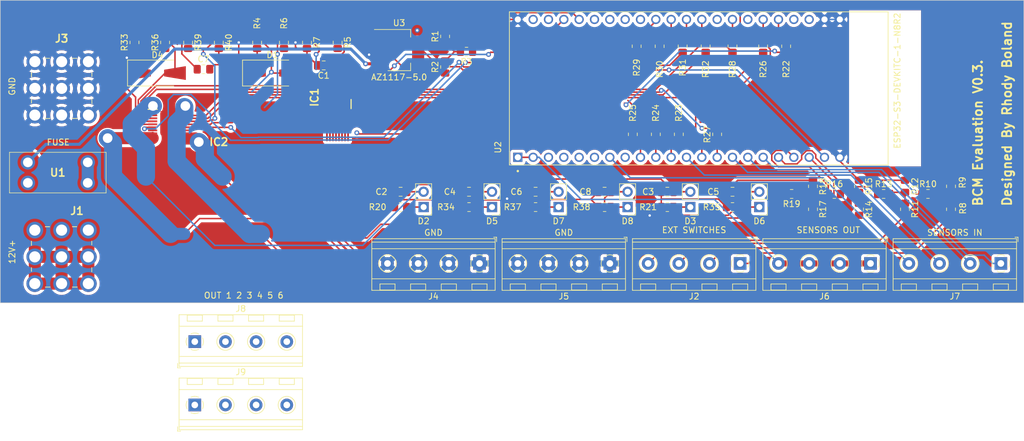
<source format=kicad_pcb>
(kicad_pcb (version 20221018) (generator pcbnew)
  (layers (0 "F.Cu" signal) (31 "B.Cu" signal) (34 "B.Paste" user) (35 "F.Paste" user) (36 "B.SilkS" user "B.Silkscreen") (37 "F.SilkS" user "F.Silkscreen") (38 "B.Mask" user) (39 "F.Mask" user) (44 "Edge.Cuts" user))
  (net 0 "")
  (net 1 "/Dual_CS")
  (net 2 "GND")
  (net 3 "/OUT0")
  (net 4 "/OUT4")
  (net 5 "/OUT1")
  (net 6 "/OUT5")
  (net 7 "/OUT2")
  (net 8 "/Quad_CS")
  (net 9 "/OUT3")
  (net 10 "Net-(D1-A)")
  (net 11 "Net-(D2-K)")
  (net 12 "Net-(D3-K)")
  (net 13 "Net-(D4-A)")
  (net 14 "Net-(D5-K)")
  (net 15 "Net-(D6-K)")
  (net 16 "Net-(D7-K)")
  (net 17 "Net-(D8-K)")
  (net 18 "/EXT_SWITCH0")
  (net 19 "/EXT_SWITCH1")
  (net 20 "/EXT_SWITCH2")
  (net 21 "/EXT_SWITCH3")
  (net 22 "+3V3")
  (net 23 "Net-(J7-Pin_1)")
  (net 24 "Net-(J7-Pin_2)")
  (net 25 "Net-(J7-Pin_3)")
  (net 26 "Net-(J7-Pin_4)")
  (net 27 "Net-(R1-Pad1)")
  (net 28 "+12V")
  (net 29 "/VBAT_ADC")
  (net 30 "Net-(IC1-CS)")
  (net 31 "Net-(IC1-FaultRST)")
  (net 32 "Net-(R10-Pad2)")
  (net 33 "/EXT0")
  (net 34 "Net-(R11-Pad1)")
  (net 35 "/EXT1")
  (net 36 "Net-(R14-Pad1)")
  (net 37 "/EXT2")
  (net 38 "Net-(R17-Pad1)")
  (net 39 "/EXT3")
  (net 40 "Net-(U2-GPIO21)")
  (net 41 "/Dual_SEN")
  (net 42 "Net-(U2-GPIO18)")
  (net 43 "/Dual_SEL")
  (net 44 "Net-(U2-GPIO17)")
  (net 45 "/Dual_INPUT1")
  (net 46 "Net-(U2-GPIO16)")
  (net 47 "/Dual_INPUT0")
  (net 48 "Net-(U2-GPIO47)")
  (net 49 "/Quad_SEL0")
  (net 50 "Net-(U2-GPIO46)")
  (net 51 "/Quad_SEL1")
  (net 52 "Net-(U2-GPIO45)")
  (net 53 "/Quad_SEN")
  (net 54 "Net-(U2-GPIO38)")
  (net 55 "/Quad_INPUT0")
  (net 56 "Net-(U2-GPIO37)")
  (net 57 "/Quad_INPUT1")
  (net 58 "Net-(U2-GPIO36)")
  (net 59 "/Quad_INPUT2")
  (net 60 "Net-(U2-GPIO35)")
  (net 61 "/Quad_INPUT3")
  (net 62 "Net-(IC2-~{FAULTRST})")
  (net 63 "Net-(IC2-CS)")
  (net 67 "Net-(U3-VI)")
  (net 68 "+5V")
  (footprint "Resistor_SMD:R_0805_2012Metric_Pad1.20x1.40mm_HandSolder" (layer "F.Cu") (at 151.765 130.54 -90)
    (fp_text reference "R18")
    (fp_text value "4K7")
  )
  (footprint "Capacitor_SMD:C_0805_2012Metric_Pad1.18x1.45mm_HandSolder" (layer "F.Cu") (at 94.785 131.445 180)
    (fp_text reference "C4")
    (fp_text value "10nF")
  )
  (footprint "Resistor_SMD:R_0805_2012Metric_Pad1.20x1.40mm_HandSolder" (layer "F.Cu") (at 117.2425 133.985)
    (fp_text reference "R38")
    (fp_text value "2K2")
  )
  (footprint "3568 Fuse Holder:3568" (layer "F.Cu") (at 21.71 129.97)
    (fp_text reference "U1")
    (fp_text value "3568" hide)
  )
  (footprint "Capacitor_SMD:C_0805_2012Metric_Pad1.18x1.45mm_HandSolder" (layer "F.Cu") (at 138.43 131.445 180)
    (fp_text reference "C5")
    (fp_text value "10nF")
  )
  (footprint "Resistor_SMD:R_0805_2012Metric_Pad1.20x1.40mm_HandSolder" (layer "F.Cu") (at 39.37 106.68 90)
    (fp_text reference "R33")
    (fp_text value "4K7")
  )
  (footprint "TerminalBlock_RND:TerminalBlock_RND_205-00234_1x04_P5.08mm_Horizontal" (layer "F.Cu") (at 161.29 143.335 180)
    (fp_text reference "J6")
    (fp_text value "SENSORS OUT")
  )
  (footprint "Resistor_SMD:R_0805_2012Metric_Pad1.20x1.40mm_HandSolder" (layer "F.Cu") (at 48.26 106.68 -90)
    (fp_text reference "R39")
    (fp_text value "15K")
  )
  (footprint "Resistor_SMD:R_0805_2012Metric_Pad1.20x1.40mm_HandSolder" (layer "F.Cu") (at 174.625 134.35 -90)
    (fp_text reference "R8")
    (fp_text value "15K")
  )
  (footprint "Resistor_SMD:R_0805_2012Metric_Pad1.20x1.40mm_HandSolder" (layer "F.Cu") (at 159.385 130.54 -90)
    (fp_text reference "R15")
    (fp_text value "4K7")
  )
  (footprint "Resistor_SMD:R_0805_2012Metric_Pad1.20x1.40mm_HandSolder" (layer "F.Cu") (at 90.83 105.68 90)
    (fp_text reference "R1")
    (fp_text value "15K")
  )
  (footprint "Resistor_SMD:R_0805_2012Metric_Pad1.20x1.40mm_HandSolder" (layer "F.Cu") (at 133.985 107.315 -90)
    (fp_text reference "R32")
    (fp_text value "15K")
  )
  (footprint "M4 Term:74650194R" (layer "F.Cu") (at 22.86 137.74)
    (fp_text reference "J1")
    (fp_text value "12V+ Terminal" hide)
  )
  (footprint "Capacitor_SMD:C_0805_2012Metric_Pad1.18x1.45mm_HandSolder" (layer "F.Cu") (at 83.455 131.445 180)
    (fp_text reference "C2")
    (fp_text value "10nF")
  )
  (footprint "Diode_SMD:D_SMA-SMB_Universal_Handsoldering" (layer "F.Cu") (at 43.18 111.76)
    (fp_text reference "D4")
    (fp_text value "ES1DL")
  )
  (footprint "Connector_PinHeader_2.54mm:PinHeader_1x02_P2.54mm_Vertical" (layer "F.Cu") (at 98.595 133.985 180)
    (fp_text reference "D5")
    (fp_text value "LED")
  )
  (footprint "Resistor_SMD:R_0805_2012Metric_Pad1.20x1.40mm_HandSolder" (layer "F.Cu") (at 151.765 134.35 -90)
    (fp_text reference "R17")
    (fp_text value "15K")
  )
  (footprint "ESP32-S3-DEVKITC-1-N8R2:XCVR_ESP32-S3-DEVKITC-1-N8R2" (layer "F.Cu") (at 132.84 114.3 90)
    (fp_text reference "U2")
    (fp_text value "ESP32-S3-DEVKITC-1-N8R2")
  )
  (footprint "Resistor_SMD:R_0805_2012Metric_Pad1.20x1.40mm_HandSolder" (layer "F.Cu") (at 73.025 106.68 -90)
    (fp_text reference "R5")
    (fp_text value "15K")
  )
  (footprint "Resistor_SMD:R_0805_2012Metric_Pad1.20x1.40mm_HandSolder" (layer "F.Cu") (at 122.555 107.315 -90)
    (fp_text reference "R29")
    (fp_text value "15K")
  )
  (footprint "Resistor_SMD:R_0805_2012Metric_Pad1.20x1.40mm_HandSolder" (layer "F.Cu") (at 64.135 106.68 90)
    (fp_text reference "R6")
    (fp_text value "15K")
  )
  (footprint "VNQ90xx:SOP50P600X170-17N" (layer "F.Cu") (at 45.085 120.015)
    (fp_text reference "IC2")
    (fp_text value "VNQ9080AJTR" hide)
  )
  (footprint "M4 Term:74650194R" (layer "F.Cu") (at 22.87 109.8)
    (fp_text reference "J3")
    (fp_text value "GND Terminal" hide)
  )
  (footprint "Resistor_SMD:R_0805_2012Metric_Pad1.20x1.40mm_HandSolder" (layer "F.Cu") (at 167.005 134.35 -90)
    (fp_text reference "R11")
    (fp_text value "15K")
  )
  (footprint "Resistor_SMD:R_0805_2012Metric_Pad1.20x1.40mm_HandSolder" (layer "F.Cu") (at 83.455 133.985)
    (fp_text reference "R20")
    (fp_text value "2K2")
  )
  (footprint "TerminalBlock_RND:TerminalBlock_RND_205-00234_1x04_P5.08mm_Horizontal" (layer "F.Cu") (at 49.36 166.8)
    (fp_text reference "J9")
    (fp_text value "EXT SWITCHES")
  )
  (footprint "Resistor_SMD:R_0805_2012Metric_Pad1.20x1.40mm_HandSolder" (layer "F.Cu") (at 163.465 131.81)
    (fp_text reference "R13")
    (fp_text value "1K")
  )
  (footprint "Resistor_SMD:R_0805_2012Metric_Pad1.20x1.40mm_HandSolder" (layer "F.Cu") (at 127.635 133.985)
    (fp_text reference "R21")
    (fp_text value "2K2")
  )
  (footprint "Resistor_SMD:R_0805_2012Metric_Pad1.20x1.40mm_HandSolder" (layer "F.Cu") (at 155.305 131.81)
    (fp_text reference "R16")
    (fp_text value "1K")
  )
  (footprint "Resistor_SMD:R_0805_2012Metric_Pad1.20x1.40mm_HandSolder" (layer "F.Cu") (at 59.69 106.68 90)
    (fp_text reference "R4")
    (fp_text value "4K7")
  )
  (footprint "TerminalBlock_RND:TerminalBlock_RND_205-00234_1x04_P5.08mm_Horizontal" (layer "F.Cu") (at 96.52 143.335 180)
    (fp_text reference "J4")
    (fp_text value "GND")
  )
  (footprint "Connector_PinHeader_2.54mm:PinHeader_1x02_P2.54mm_Vertical" (layer "F.Cu") (at 131.445 133.985 180)
    (fp_text reference "D3")
    (fp_text value "LED")
  )
  (footprint "Resistor_SMD:R_0805_2012Metric_Pad1.20x1.40mm_HandSolder" (layer "F.Cu") (at 94.37 108.22 180)
    (fp_text reference "R3")
    (fp_text value "1K")
  )
  (footprint "TerminalBlock_RND:TerminalBlock_RND_205-00234_1x04_P5.08mm_Horizontal" (layer "F.Cu") (at 139.7 143.335 180)
    (fp_text reference "J2")
    (fp_text value "EXT SWITCHES")
  )
  (footprint "Resistor_SMD:R_0805_2012Metric_Pad1.20x1.40mm_HandSolder" (layer "F.Cu") (at 159.385 134.35 -90)
    (fp_text reference "R14")
    (fp_text value "15K")
  )
  (footprint "VND90xx:SOP50P600X170-17N" (layer "F.Cu") (at 73 119.6 -90)
    (fp_text reference "IC1")
    (fp_text value "VND9012AJ" hide)
  )
  (footprint "Resistor_SMD:R_0805_2012Metric_Pad1.20x1.40mm_HandSolder" (layer "F.Cu") (at 44.45 106.68 90)
    (fp_text reference "R36")
    (fp_text value "15K")
  )
  (footprint "Package_TO_SOT_SMD:SOT-223-3_TabPin2" (layer "F.Cu") (at 83.21 107.95)
    (fp_text reference "U3")
    (fp_text value "AZ1117-5.0")
  )
  (footprint "TerminalBlock_RND:TerminalBlock_RND_205-00234_1x04_P5.08mm_Horizontal" (layer "F.Cu") (at 49.36 156.3)
    (fp_text reference "J8")
    (fp_text value "EXT SWITCHES")
  )
  (footprint "Resistor_SMD:R_0805_2012Metric_Pad1.20x1.40mm_HandSolder" (layer "F.Cu") (at 138.43 107.315 -90)
    (fp_text reference "R28")
    (fp_text value "15K")
  )
  (footprint "Resistor_SMD:R_0805_2012Metric_Pad1.20x1.40mm_HandSolder" (layer "F.Cu") (at 53.34 106.68 -90)
    (fp_text reference "R40")
    (fp_text value "1K")
  )
  (footprint "Capacitor_SMD:C_0805_2012Metric_Pad1.18x1.45mm_HandSolder" (layer "F.Cu") (at 127.635 131.445 180)
    (fp_text reference "C3")
    (fp_text value "10nF")
  )
  (footprint "Connector_PinHeader_2.54mm:PinHeader_1x02_P2.54mm_Vertical" (layer "F.Cu") (at 109.6225 133.985 180)
    (fp_text reference "D7")
    (fp_text value "LED")
  )
  (footprint "Resistor_SMD:R_0805_2012Metric_Pad1.20x1.40mm_HandSolder" (layer "F.Cu") (at 148.225 131.81 180)
    (fp_text reference "R19")
    (fp_text value "1K")
  )
  (footprint "Resistor_SMD:R_0805_2012Metric_Pad1.20x1.40mm_HandSolder" (layer "F.Cu") (at 167.005 130.54 -90)
    (fp_text reference "R12")
    (fp_text value "4K7")
  )
  (footprint "Resistor_SMD:R_0805_2012Metric_Pad1.20x1.40mm_HandSolder" (layer "F.Cu") (at 135.89 121.92 90)
    (fp_text reference "R27")
    (fp_text value "15K")
  )
  (footprint "Diode_SMD:D_SMA-SMB_Universal_Handsoldering" (layer "F.Cu") (at 62.23 111.76)
    (fp_text reference "D1")
    (fp_text value "ES1DL")
  )
  (footprint "Connector_PinHeader_2.54mm:PinHeader_1x02_P2.54mm_Vertical" (layer "F.Cu") (at 142.875 133.985 180)
    (fp_text reference "D6")
    (fp_text value "LED")
  )
  (footprint "Resistor_SMD:R_0805_2012Metric_Pad1.20x1.40mm_HandSolder" (layer "F.Cu") (at 90.83 110.76 90)
    (fp_text reference "R2")
    (fp_text value "4K7")
  )
  (footprint "Capacitor_SMD:C_0805_2012Metric_Pad1.18x1.45mm_HandSolder" (layer "F.Cu") (at 117.2425 131.445 180)
    (fp_text reference "C8")
    (fp_text value "10nF")
  )
  (footprint "Resistor_SMD:R_0805_2012Metric_Pad1.20x1.40mm_HandSolder" (layer "F.Cu") (at 174.625 130.54 -90)
    (fp_text reference "R9")
    (fp_text value "4K7")
  )
  (footprint "Resistor_SMD:R_0805_2012Metric_Pad1.20x1.40mm_HandSolder" (layer "F.Cu") (at 105.8125 133.985)
    (fp_text reference "R37")
    (fp_text value "2K2")
  )
  (footprint "Connector_PinHeader_2.54mm:PinHeader_1x02_P2.54mm_Vertical" (layer "F.Cu") (at 121.0525 133.985 180)
    (fp_text reference "D8")
    (fp_text value "LED")
  )
  (footprint "Capacitor_SMD:C_0805_2012Metric_Pad1.18x1.45mm_HandSolder" (layer "F.Cu") (at 70.7175 110.49 180)
    (fp_text reference "C1")
    (fp_text value "10nF")
  )
  (footprint "Resistor_SMD:R_0805_2012Metric_Pad1.20x1.40mm_HandSolder" (layer "F.Cu") (at 129.54 121.92 90)
    (fp_text reference "R23")
    (fp_text value "15K")
  )
  (footprint "Resistor_SMD:R_0805_2012Metric_Pad1.20x1.40mm_HandSolder" (layer "F.Cu") (at 94.785 133.985)
    (fp_text reference "R34")
    (fp_text value "2K2")
  )
  (footprint "Connector_PinHeader_2.54mm:PinHeader_1x02_P2.54mm_Vertical" (layer "F.Cu") (at 87.265 133.985 180)
    (fp_text reference "D2")
    (fp_text value "LED")
  )
  (footprint "Resistor_SMD:R_0805_2012Metric_Pad1.20x1.40mm_HandSolder" (layer "F.Cu") (at 147.32 107.315 -90)
    (fp_text reference "R22")
    (fp_text value "15K")
  )
  (footprint "Resistor_SMD:R_0805_2012Metric_Pad1.20x1.40mm_HandSolder" (layer "F.Cu") (at 143.51 107.315 -90)
    (fp_text reference "R26")
    (fp_text value "15K")
  )
  (footprint "Capacitor_SMD:C_0805_2012Metric_Pad1.18x1.45mm_HandSolder" (layer "F.Cu") (at 50.8 111.125)
    (fp_text reference "C7")
    (fp_text value "10nF")
  )
  (footprint "Capacitor_SMD:C_0805_2012Metric_Pad1.18x1.45mm_HandSolder" (layer "F.Cu") (at 105.8125 131.445 180)
    (fp_text reference "C6")
    (fp_text value "10nF")
  )
  (footprint "Resistor_SMD:R_0805_2012Metric_Pad1.20x1.40mm_HandSolder" (layer "F.Cu") (at 138.43 133.985)
    (fp_text reference "R35")
    (fp_text value "2K2")
  )
  (footprint "TerminalBlock_RND:TerminalBlock_RND_205-00234_1x04_P5.08mm_Horizontal" (layer "F.Cu") (at 182.88 143.335 180)
    (fp_text reference "J7")
    (fp_text value "SENSORS IN")
  )
  (footprint "Resistor_SMD:R_0805_2012Metric_Pad1.20x1.40mm_HandSolder" (layer "F.Cu") (at 126.365 107.315 -90)
    (fp_text reference "R30")
    (fp_text value "15K")
  )
  (footprint "Resistor_SMD:R_0805_2012Metric_Pad1.20x1.40mm_HandSolder" (layer "F.Cu") (at 125.73 121.92 90)
    (fp_text reference "R24")
    (fp_text value "15K")
  )
  (footprint "Resistor_SMD:R_0805_2012Metric_Pad1.20x1.40mm_HandSolder" (layer "F.Cu") (at 130.175 107.315 -90)
    (fp_text reference "R31")
    (fp_text value "15K")
  )
  (footprint "TerminalBlock_RND:TerminalBlock_RND_205-00234_1x04_P5.08mm_Horizontal" (layer "F.Cu") (at 118.11 143.335 180)
    (fp_text reference "J5")
    (fp_text value "GND")
  )
  (footprint "Resistor_SMD:R_0805_2012Metric_Pad1.20x1.40mm_HandSolder" (layer "F.Cu") (at 170.815 131.81)
    (fp_text reference "R10")
    (fp_text value "1K")
  )
  (footprint "Resistor_SMD:R_0805_2012Metric_Pad1.20x1.40mm_HandSolder" (layer "F.Cu") (at 67.945 106.68 -90)
    (fp_text reference "R7")
    (fp_text value "1K")
  )
  (footprint "Resistor_SMD:R_0805_2012Metric_Pad1.20x1.40mm_HandSolder" (layer "F.Cu") (at 121.92 121.92 90)
    (fp_text reference "R25")
    (fp_text value "15K")
  )
  (gr_rect (start 17.145 99.695) (end 186.69 149.86) (stroke (width 0.1)) (fill none) (layer "Edge.Cuts"))
  (gr_text "FUSE" (at 24.765 123.825) (layer "F.SilkS") (effects (font (size 1 1)) (justify left bottom)))
  (gr_text "GND" (at 19.685 115.57 90) (layer "F.SilkS") (effects (font (size 1 1)) (justify left bottom)))
  (gr_text "BCM Evaluation V0.3. \n\nDesigned By Rhody Boland" (at 184.785 133.985 90) (layer "F.SilkS") (effects (font (size 1.5 1.5) (thickness 0.3) bold) (justify left bottom)))
  (gr_text "12V+" (at 19.685 143.51 90) (layer "F.SilkS") (effects (font (size 1 1)) (justify left bottom)))
  (gr_text "OUT 1 2 3 4 5 6" (at 50.8 149.225) (layer "F.SilkS") (effects (font (size 1 1)) (justify left bottom)))
  (segment (start 111.899 101.739) (end 113.03 102.87) (width 0.25) (layer "F.Cu") (net 1))
  (segment (start 71.869 110.49) (end 74.0986 108.2604) (width 0.25) (layer "F.Cu") (net 1))
  (segment (start 71.755 110.49) (end 71.869 110.49) (width 0.25) (layer "F.Cu") (net 1))
  (segment (start 74.0986 106.7536) (end 79.1132 101.739) (width 0.25) (layer "F.Cu") (net 1))
  (segment (start 74.0986 108.2604) (end 74.0986 106.7536) (width 0.25) (layer "F.Cu") (net 1))
  (segment (start 74.0986 106.7536) (end 73.025 105.68) (width 0.25) (layer "F.Cu") (net 1))
  (segment (start 79.1132 101.739) (end 111.899 101.739) (width 0.25) (layer "F.Cu") (net 1))
  (segment (start 82.4175 131.445) (end 82.4175 132.5285) (width 0.25) (layer "F.Cu") (net 2))
  (segment (start 39.37 107.68) (end 44.45 107.68) (width 0.25) (layer "F.Cu") (net 2))
  (segment (start 93.785 132.7954) (end 93.785 133.985) (width 0.25) (layer "F.Cu") (net 2))
  (segment (start 104.8929 131.5629) (end 104.775 131.445) (width 0.25) (layer "F.Cu") (net 2))
  (segment (start 100.8846 132.7954) (end 93.785 132.7954) (width 0.25) (layer "F.Cu") (net 2))
  (segment (start 125.238 135.382) (end 126.635 133.985) (width 0.25) (layer "F.Cu") (net 2))
  (segment (start 55.3403 110.3737) (end 53.34 110.3737) (width 0.25) (layer "F.Cu") (net 2))
  (segment (start 104.8125 132.7954) (end 104.8929 132.715) (width 0.25) (layer "F.Cu") (net 2))
  (segment (start 159.385 129.54) (end 156.21 126.365) (width 0.25) (layer "F.Cu") (net 2))
  (segment (start 51.8375 111.125) (end 52.5888 110.3737) (width 0.25) (layer "F.Cu") (net 2))
  (segment (start 78.735 106.875) (end 78.232 107.378) (width 0.25) (layer "F.Cu") (net 2))
  (segment (start 80.06 105.65) (end 80.06 106.875) (width 0.25) (layer "F.Cu") (net 2))
  (segment (start 80.06 105.65) (end 80.06 104.5731) (width 0.25) (layer "F.Cu") (net 2))
  (segment (start 156.21 126.365) (end 156.21 125.73) (width 0.25) (layer "F.Cu") (net 2))
  (segment (start 82.6469 132.7579) (end 93.7475 132.7579) (width 0.25) (layer "F.Cu") (net 2))
  (segment (start 69.68 110.49) (end 69.7478 110.5577) (width 0.25) (layer "F.Cu") (net 2))
  (segment (start 78.62 109.1) (end 78.6929 109.1) (width 0.25) (layer "F.Cu") (net 2))
  (segment (start 64.135 107.68) (end 66.294 107.68) (width 0.25) (layer "F.Cu") (net 2))
  (segment (start 114.9725 132.715) (end 116.2425 133.985) (width 0.25) (layer "F.Cu") (net 2))
  (segment (start 67.945 108.755) (end 69.68 110.49) (width 0.25) (layer "F.Cu") (net 2))
  (segment (start 56.642 109.072) (end 55.3403 110.3737) (width 0.25) (layer "F.Cu") (net 2))
  (segment (start 93.7475 131.445) (end 93.7475 132.7579) (width 0.25) (layer "F.Cu") (net 2))
  (segment (start 174.625 129.54) (end 167.005 129.54) (width 0.25) (layer "F.Cu") (net 2))
  (segment (start 126.635 131.4825) (end 126.635 132.638) (width 0.25) (layer "F.Cu") (net 2))
  (segment (start 66.04 107.426) (end 66.294 107.68) (width 0.25) (layer "F.Cu") (net 2))
  (segment (start 52.5888 110.3737) (end 53.34 110.3737) (width 0.25) (layer "F.Cu") (net 2))
  (segment (start 78.6929 109.1) (end 82.1346 109.1) (width 0.25) (layer "F.Cu") (net 2))
  (segment (start 59.69 108.6274) (end 57.9437 110.3737) (width 0.25) (layer "F.Cu") (net 2))
  (segment (start 167.005 129.54) (end 159.385 129.54) (width 0.25) (layer "F.Cu") (net 2))
  (segment (start 139.2975 129.54) (end 137.3925 131.445) (width 0.25) (layer "F.Cu") (net 2))
  (segment (start 38.385 108.935) (end 38.385 108.665) (width 0.25) (layer "F.Cu") (net 2))
  (segment (start 151.765 129.54) (end 139.2975 129.54) (width 0.25) (layer "F.Cu") (net 2))
  (segment (start 136.1995 132.638) (end 136.1995 132.7545) (width 0.25) (layer "F.Cu") (net 2))
  (segment (start 38.1 109.22) (end 38.385 109.505) (width 0.25) (layer "F.Cu") (net 2))
  (segment (start 104.8929 132.715) (end 104.8929 131.5629) (width 0.25) (layer "F.Cu") (net 2))
  (segment (start 57.9437 110.3737) (end 59.33 111.76) (width 0.25) (layer "F.Cu") (net 2))
  (segment (start 104.8125 133.985) (end 104.8125 132.7954) (width 0.25) (layer "F.Cu") (net 2))
  (segment (start 126.635 132.638) (end 136.1995 132.638) (width 0.25) (layer "F.Cu") (net 2))
  (segment (start 78.232 108.712) (end 78.62 109.1) (width 0.25) (layer "F.Cu") (net 2))
  (segment (start 101.092 132.588) (end 100.8846 132.7954) (width 0.25) (layer "F.Cu") (net 2))
  (segment (start 126.635 132.638) (end 126.635 133.985) (width 0.25) (layer "F.Cu") (net 2))
  (segment (start 114.9725 132.715) (end 114.9725 132.6775) (width 0.25) (layer "F.Cu") (net 2))
  (segment (start 82.455 133.985) (end 82.455 132.9498) (width 0.25) (layer "F.Cu") (net 2))
  (segment (start 101.2994 132.7954) (end 101.092 132.588) (width 0.25) (layer "F.Cu") (net 2))
  (segment (start 38.385 108.665) (end 39.37 107.68) (width 0.25) (layer "F.Cu") (net 2))
  (segment (start 56.642 106.68) (end 56.642 109.072) (width 0.25) (layer "F.Cu") (net 2))
  (segment (start 66.294 107.68) (end 67.945 107.68) (width 0.25) (layer "F.Cu") (net 2))
  (segment (start 66.04 106.68) (end 66.04 107.426) (width 0.25) (layer "F.Cu") (net 2))
  (segment (start 38.385 109.865) (end 40.28 111.76) (width 0.25) (layer "F.Cu") (net 2))
  (segment (start 67.945 107.68) (end 67.945 108.755) (width 0.25) (layer "F.Cu") (net 2))
  (segment (start 104.8929 132.715) (end 114.9725 132.715) (width 0.25) (layer "F.Cu") (net 2))
  (segment (start 124.714 135.382) (end 125.238 135.382) (width 0.25) (layer "F.Cu") (net 2))
  (segment (start 80.06 106.875) (end 78.735 106.875) (width 0.25) (layer "F.Cu") (net 2))
  (segment (start 136.1995 132.7545) (end 137.43 133.985) (width 0.25) (layer "F.Cu") (net 2))
  (segment (start 82.4175 132.5285) (end 82.6469 132.7579) (width 0.25) (layer "F.Cu") (net 2))
  (segment (start 102.87 102.87) (end 81.7631 102.87) (width 0.25) (layer "F.Cu") (net 2))
  (segment (start 81.7631 102.87) (end 80.06 104.5731) (width 0.25) (layer "F.Cu") (net 2))
  (segment (start 93.7475 132.7579) (end 93.785 132.7954) (width 0.25) (layer "F.Cu") (net 2))
  (segment (start 38.1 109.22) (end 38.385 108.935) (width 0.25) (layer "F.Cu") (net 2))
  (segment (start 38.385 109.865) (end 38.385 109.505) (width 0.25) (layer "F.Cu") (net 2))
  (segment (start 84.7946 111.76) (end 90.83 111.76) (width 0.25) (layer "F.Cu") (net 2))
  (segment (start 114.9725 132.6775) (end 116.205 131.445) (width 0.25) (layer "F.Cu") (net 2))
  (segment (start 126.5975 131.445) (end 126.635 131.4825) (width 0.25) (layer "F.Cu") (net 2))
  (segment (start 56.642 109.072) (end 57.9437 110.3737) (width 0.25) (layer "F.Cu") (net 2))
  (segment (start 104.8125 132.7954) (end 101.2994 132.7954) (width 0.25) (layer "F.Cu") (net 2))
  (segment (start 82.1346 109.1) (end 84.7946 111.76) (width 0.25) (layer "F.Cu") (net 2))
  (segment (start 59.69 107.68) (end 59.69 108.6274) (width 0.25) (layer "F.Cu") (net 2))
  (segment (start 53.34 110.3737) (end 53.34 107.68) (width 0.25) (layer "F.Cu") (net 2))
  (segment (start 82.455 132.9498) (end 82.6469 132.7579) (width 0.25) (layer "F.Cu") (net 2))
  (segment (start 136.1995 132.638) (end 137.3925 131.445) (width 0.25) (layer "F.Cu") (net 2))
  (segment (start 78.232 107.378) (end 78.232 108.712) (width 0.25) (layer "F.Cu") (net 2))
  (via (at 38.1 109.22) (size 0.8) (drill 0.4) (layers "F.Cu" "B.Cu") (net 2))
  (via (at 56.642 106.68) (size 0.8) (drill 0.4) (layers "F.Cu" "B.Cu") (net 2))
  (via (at 101.092 132.588) (size 0.8) (drill 0.4) (layers "F.Cu" "B.Cu") (net 2))
  (via (at 78.232 108.712) (size 0.8) (drill 0.4) (layers "F.Cu" "B.Cu") (net 2))
  (via (at 124.714 135.382) (size 0.8) (drill 0.4) (layers "F.Cu" "B.Cu") (net 2))
  (via (at 66.04 106.68) (size 0.8) (drill 0.4) (layers "F.Cu" "B.Cu") (net 2))
  (segment (start 153.67 102.87) (end 156.21 102.87) (width 0.25) (layer "B.Cu") (net 2))
  (segment (start 42.4295 117.215498) (end 42.4295 117.3595) (width 2) (layer "F.Cu") (net 3))
  (segment (start 42.4295 117.3595) (end 42.385 117.404) (width 2) (layer "F.Cu") (net 3))
  (segment (start 42.385 117.404) (end 42.385 117.415) (width 2) (layer "F.Cu") (net 3))
  (segment (start 42.4861 118.1639) (end 42.385 118.265) (width 0.25) (layer "F.Cu") (net 3))
  (segment (start 84.4925 131.445) (end 87.265 131.445) (width 0.25) (layer "F.Cu") (net 3))
  (via (at 42.4295 117.215498) (size 2.4) (drill 1.6) (layers "F.Cu" "B.Cu") (net 3))
  (segment (start 38.9248 121.873749) (end 41.275 124.223949) (width 3) (layer "B.Cu") (net 3))
  (segment (start 41.843353 117.215498) (end 38.9248 120.134051) (width 3) (layer "B.Cu") (net 3))
  (segment (start 42.4295 117.215498) (end 42.4861 117.272098) (width 2) (layer "B.Cu") (net 3))
  (segment (start 41.275 124.223949) (end 41.275 128.94) (width 3) (layer "B.Cu") (net 3))
  (segment (start 42.4295 117.215498) (end 41.843353 117.215498) (width 3) (layer "B.Cu") (net 3))
  (segment (start 86.0881 131.445) (end 77.1981 140.335) (width 0.25) (layer "B.Cu") (net 3))
  (segment (start 87.265 131.445) (end 86.0881 131.445) (width 0.25) (layer "B.Cu") (net 3))
  (segment (start 77.1981 140.335) (end 52.67 140.335) (width 0.25) (layer "B.Cu") (net 3))
  (segment (start 38.9248 120.134051) (end 38.9248 121.873749) (width 3) (layer "B.Cu") (net 3))
  (segment (start 52.67 140.335) (end 41.275 128.94) (width 0.25) (layer "B.Cu") (net 3))
  (segment (start 128.6725 131.445) (end 130.2681 131.445) (width 0.25) (layer "F.Cu") (net 4))
  (segment (start 78.961504 129.3346) (end 78.121104 130.175) (width 0.25) (layer "F.Cu") (net 4))
  (segment (start 68.5119 130.175) (end 67.2769 128.94) (width 0.25) (layer "F.Cu") (net 4))
  (segment (start 128.6725 131.445) (end 126.5621 129.3346) (width 0.25) (layer "F.Cu") (net 4))
  (segment (start 78.121104 130.175) (end 68.5119 130.175) (width 0.25) (layer "F.Cu") (net 4))
  (segment (start 126.5621 129.3346) (end 78.961504 129.3346) (width 0.25) (layer "F.Cu") (net 4))
  (segment (start 131.445 131.445) (end 130.2681 131.445) (width 0.25) (layer "F.Cu") (net 4))
  (segment (start 79.6405 130.2493) (end 73.9998 135.89) (width 0.25) (layer "F.Cu") (net 5))
  (segment (start 73.9998 135.89) (end 50.175 135.89) (width 0.25) (layer "F.Cu") (net 5))
  (segment (start 97.4181 131.445) (end 95.8225 131.445) (width 0.25) (layer "F.Cu") (net 5))
  (segment (start 42.385 122.555) (end 42.385 121.765) (width 0.5) (layer "F.Cu") (net 5))
  (segment (start 34.925 122.555) (end 42.385 122.555) (width 2) (layer "F.Cu") (net 5))
  (segment (start 95.8225 131.445) (end 94.6268 130.2493) (width 0.25) (layer "F.Cu") (net 5))
  (segment (start 98.595 131.445) (end 97.4181 131.445) (width 0.25) (layer "F.Cu") (net 5))
  (segment (start 94.6268 130.2493) (end 79.6405 130.2493) (width 0.25) (layer "F.Cu") (net 5))
  (segment (start 50.175 135.89) (end 47.625 138.44) (width 0.25) (layer "F.Cu") (net 5))
  (via (at 34.925 122.555) (size 2.4) (drill 1.6) (layers "F.Cu" "B.Cu") (net 5))
  (segment (start 34.925 122.555) (end 35.814 123.444) (width 3) (layer "B.Cu") (net 5))
  (segment (start 35.814 128.905) (end 45.349 138.44) (width 3) (layer "B.Cu") (net 5))
  (segment (start 45.349 138.44) (end 47.625 138.44) (width 2) (layer "B.Cu") (net 5))
  (segment (start 35.814 123.444) (end 35.814 128.905) (width 3) (layer "B.Cu") (net 5))
  (segment (start 81.785 147.2) (end 73.025 138.44) (width 0.25) (layer "F.Cu") (net 6))
  (segment (start 142.875 131.445) (end 141.6981 131.445) (width 0.25) (layer "F.Cu") (net 6))
  (segment (start 138.43 134.6326) (end 137.7126 135.35) (width 0.25) (layer "F.Cu") (net 6))
  (segment (start 120.2051 145.415) (end 102.235 145.415) (width 0.25) (layer "F.Cu") (net 6))
  (segment (start 139.4675 131.445) (end 141.6981 131.445) (width 0.25) (layer "F.Cu") (net 6))
  (segment (start 100.45 147.2) (end 81.785 147.2) (width 0.25) (layer "F.Cu") (net 6))
  (segment (start 138.43 132.4825) (end 138.43 134.6326) (width 0.25) (layer "F.Cu") (net 6))
  (segment (start 139.4675 131.445) (end 138.43 132.4825) (width 0.25) (layer "F.Cu") (net 6))
  (segment (start 102.235 145.415) (end 100.45 147.2) (width 0.25) (layer "F.Cu") (net 6))
  (segment (start 137.7126 135.35) (end 130.2701 135.35) (width 0.25) (layer "F.Cu") (net 6))
  (segment (start 130.2701 135.35) (end 120.2051 145.415) (width 0.25) (layer "F.Cu") (net 6))
  (segment (start 62.868324 132.2455) (end 62.067824 131.445) (width 0.25) (layer "F.Cu") (net 7))
  (segment (start 106.85 131.445) (end 108.4456 131.445) (width 0.25) (layer "F.Cu") (net 7))
  (segment (start 109.6225 131.445) (end 108.4456 131.445) (width 0.25) (layer "F.Cu") (net 7))
  (segment (start 106.85 131.445) (end 105.1896 129.7846) (width 0.25) (layer "F.Cu") (net 7))
  (segment (start 56.48 131.445) (end 53.975 128.94) (width 0.25) (layer "F.Cu") (net 7))
  (segment (start 105.1896 129.7846) (end 79.1479 129.7846) (width 0.25) (layer "F.Cu") (net 7))
  (segment (start 77.4875 131.445) (end 64.932176 131.445) (width 0.25) (layer "F.Cu") (net 7))
  (segment (start 64.932176 131.445) (end 64.131676 132.2455) (width 0.25) (layer "F.Cu") (net 7))
  (segment (start 79.1479 129.7846) (end 77.4875 131.445) (width 0.25) (layer "F.Cu") (net 7))
  (segment (start 64.131676 132.2455) (end 62.868324 132.2455) (width 0.25) (layer "F.Cu") (net 7))
  (segment (start 49.4495 122.615) (end 47.785 122.615) (width 2) (layer "F.Cu") (net 7))
  (segment (start 50.0245 123.19) (end 49.4495 122.615) (width 2) (layer "F.Cu") (net 7))
  (segment (start 62.067824 131.445) (end 56.48 131.445) (width 0.25) (layer "F.Cu") (net 7))
  (via (at 50.0245 123.19) (size 2.4) (drill 1.6) (layers "F.Cu" "B.Cu") (net 7))
  (segment (start 50.0245 123.19) (end 51.0301 124.1956) (width 3) (layer "B.Cu") (net 7))
  (segment (start 51.0301 124.1956) (end 51.0301 125.9951) (width 3) (layer "B.Cu") (net 7))
  (segment (start 51.0301 125.9951) (end 53.975 128.94) (width 3) (layer "B.Cu") (net 7))
  (segment (start 144.69 109.056) (end 137.4647 116.2813) (width 0.25) (layer "F.Cu") (net 8))
  (segment (start 139.7 104.1221) (end 142.9102 107.3323) (width 0.25) (layer "F.Cu") (net 8))
  (segment (start 49.546 104.394) (end 75.821804 104.394) (width 0.25) (layer "F.Cu") (net 8))
  (segment (start 139.7 101.9) (end 139.7 104.1221) (width 0.25) (layer "F.Cu") (net 8))
  (segment (start 78.926804 101.289) (end 139.089 101.289) (width 0.25) (layer "F.Cu") (net 8))
  (segment (start 133.35 122.428) (end 133.35 125.73) (width 0.25) (layer "F.Cu") (net 8))
  (segment (start 137.4647 116.2813) (end 132.8927 116.2813) (width 0.25) (layer "F.Cu") (net 8))
  (segment (start 132.8927 116.2813) (end 132.334 116.84) (width 0.25) (layer "F.Cu") (net 8))
  (segment (start 47.2226 106.7174) (end 48.26 105.68) (width 0.25) (layer "F.Cu") (net 8))
  (segment (start 142.9102 107.3323) (end 144.209605 107.3323) (width 0.25) (layer "F.Cu") (net 8))
  (segment (start 132.334 121.412) (end 133.35 122.428) (width 0.25) (layer "F.Cu") (net 8))
  (segment (start 49.7625 111.125) (end 47.2226 108.5851) (width 0.25) (layer "F.Cu") (net 8))
  (segment (start 47.2226 108.5851) (end 47.2226 106.7174) (width 0.25) (layer "F.Cu") (net 8))
  (segment (start 48.26 105.68) (end 49.546 104.394) (width 0.25) (layer "F.Cu") (net 8))
  (segment (start 132.334 116.84) (end 132.334 121.412) (width 0.25) (layer "F.Cu") (net 8))
  (segment (start 75.821804 104.394) (end 78.926804 101.289) (width 0.25) (layer "F.Cu") (net 8))
  (segment (start 139.089 101.289) (end 139.7 101.9) (width 0.25) (layer "F.Cu") (net 8))
  (segment (start 144.69 107.812695) (end 144.69 109.056) (width 0.25) (layer "F.Cu") (net 8))
  (segment (start 144.209605 107.3323) (end 144.69 107.812695) (width 0.25) (layer "F.Cu") (net 8))
  (segment (start 121.0525 131.445) (end 119.8756 131.445) (width 0.25) (layer "F.Cu") (net 9))
  (segment (start 65.685 143.8) (end 76.122258 143.8) (width 0.25) (layer "F.Cu") (net 9))
  (segment (start 71.425 137.777258) (end 72.362258 136.84) (width 0.25) (layer "F.Cu") (net 9))
  (segment (start 76.122258 143.8) (end 71.425 139.102742) (width 0.25) (layer "F.Cu") (net 9))
  (segment (start 115.0178 136.84) (end 117.2425 134.6153) (width 0.25) (layer "F.Cu") (net 9))
  (segment (start 75.950484 139.102742) (end 77.897258 139.102742) (width 0.25) (layer "F.Cu") (net 9))
  (segment (start 71.425 139.102742) (end 71.425 137.777258) (width 0.25) (layer "F.Cu") (net 9))
  (segment (start 47.785 118.265) (end 47.785 117.232599) (width 0.25) (layer "F.Cu") (net 9))
  (segment (start 73.687742 136.84) (end 75.950484 139.102742) (width 0.25) (layer "F.Cu") (net 9))
  (segment (start 60.325 138.44) (end 65.685 143.8) (width 0.25) (layer "F.Cu") (net 9))
  (segment (start 118.28 131.445) (end 119.8756 131.445) (width 0.25) (layer "F.Cu") (net 9))
  (segment (start 47.785 117.232599) (end 47.802101 117.215498) (width 0.25) (layer "F.Cu") (net 9))
  (segment (start 72.362258 136.84) (end 73.687742 136.84) (width 0.25) (layer "F.Cu") (net 9))
  (segment (start 117.2425 134.6153) (end 117.2425 132.4825) (width 0.25) (layer "F.Cu") (net 9))
  (segment (start 77.897258 139.102742) (end 80.16 136.84) (width 0.25) (layer "F.Cu") (net 9))
  (segment (start 47.802101 117.215498) (end 48.26 117.673397) (width 0.25) (layer "F.Cu") (net 9))
  (segment (start 80.16 136.84) (end 115.0178 136.84) (width 0.25) (layer "F.Cu") (net 9))
  (segment (start 117.2425 132.4825) (end 118.28 131.445) (width 0.25) (layer "F.Cu") (net 9))
  (segment (start 48.26 117.673397) (end 48.26 117.79) (width 0.25) (layer "F.Cu") (net 9))
  (via (at 47.802101 117.215498) (size 2.4) (drill 1.6) (layers "F.Cu" "B.Cu") (net 9))
  (segment (start 47.802101 117.215498) (end 47.625 117.392599) (width 2) (layer "B.Cu") (net 9))
  (segment (start 58.43 138.44) (end 60.325 138.44) (width 3) (layer "B.Cu") (net 9))
  (segment (start 46.355 120.05594) (end 46.355 126.365) (width 3) (layer "B.Cu") (net 9))
  (segment (start 47.625 117.392599) (end 47.625 118.78594) (width 3) (layer "B.Cu") (net 9))
  (segment (start 46.355 126.365) (end 58.43 138.44) (width 3) (layer "B.Cu") (net 9))
  (segment (start 47.625 118.78594) (end 46.355 120.05594) (width 3) (layer "B.Cu") (net 9))
  (segment (start 59.69 105.68) (end 62.0493 108.0393) (width 0.25) (layer "F.Cu") (net 10))
  (segment (start 62.2038 111.76) (end 62.0493 111.6055) (width 0.25) (layer "F.Cu") (net 10))
  (segment (start 65.13 111.76) (end 62.2038 111.76) (width 0.25) (layer "F.Cu") (net 10))
  (segment (start 62.0493 108.0393) (end 62.0493 111.6055) (width 0.25) (layer "F.Cu") (net 10))
  (via (at 62.0493 111.6055) (size 0.8) (drill 0.4) (layers "F.Cu" "B.Cu") (net 10))
  (segment (start 62.0493 111.6055) (end 58.7965 114.8583) (width 0.25) (layer "B.Cu") (net 10))
  (segment (start 84.455 133.985) (end 87.265 133.985) (width 0.25) (layer "F.Cu") (net 11))
  (segment (start 128.635 133.985) (end 131.445 133.985) (width 0.25) (layer "F.Cu") (net 12))
  (segment (start 46.08 111.76) (end 46.08 107.6682) (width 0.25) (layer "F.Cu") (net 13))
  (segment (start 40.005 118.762) (end 41.008 119.765) (width 0.25) (layer "F.Cu") (net 13))
  (segment (start 41.008 119.765) (end 42.385 119.765) (width 0.25) (layer "F.Cu") (net 13))
  (segment (start 44.45 111.76) (end 40.005 116.205) (width 0.25) (layer "F.Cu") (net 13))
  (segment (start 40.005 116.205) (end 40.005 118.762) (width 0.25) (layer "F.Cu") (net 13))
  (segment (start 40.4312 106.7412) (end 39.37 105.68) (width 0.25) (layer "F.Cu") (net 13))
  (segment (start 46.08 111.76) (end 44.45 111.76) (width 0.25) (layer "F.Cu") (net 13))
  (segment (start 46.08 107.6682) (end 45.153 106.7412) (width 0.25) (layer "F.Cu") (net 13))
  (segment (start 45.153 106.7412) (end 40.4312 106.7412) (width 0.25) (layer "F.Cu") (net 13))
  (segment (start 95.785 133.985) (end 98.595 133.985) (width 0.25) (layer "F.Cu") (net 14))
  (segment (start 139.43 133.985) (end 142.875 133.985) (width 0.25) (layer "F.Cu") (net 15))
  (segment (start 106.8125 133.985) (end 109.6225 133.985) (width 0.25) (layer "F.Cu") (net 16))
  (segment (start 118.2425 133.985) (end 121.0525 133.985) (width 0.25) (layer "F.Cu") (net 17))
  (segment (start 141.0769 143.335) (end 142.8069 141.605) (width 0.25) (layer "F.Cu") (net 18))
  (segment (start 168.37 141.605) (end 174.625 135.35) (width 0.25) (layer "F.Cu") (net 18))
  (segment (start 139.7 143.335) (end 141.0769 143.335) (width 0.25) (layer "F.Cu") (net 18))
  (segment (start 142.8069 141.605) (end 168.37 141.605) (width 0.25) (layer "F.Cu") (net 18))
  (segment (start 137.9584 139.9966) (end 134.62 143.335) (width 0.25) (layer "F.Cu") (net 19))
  (segment (start 167.005 135.35) (end 162.3584 139.9966) (width 0.25) (layer "F.Cu") (net 19))
  (segment (start 162.3584 139.9966) (end 137.9584 139.9966) (width 0.25) (layer "F.Cu") (net 19))
  (segment (start 155.2401 139.4949) (end 159.385 135.35) (width 0.25) (layer "F.Cu") (net 20))
  (segment (start 129.54 143.335) (end 133.3801 139.4949) (width 0.25) (layer "F.Cu") (net 20))
  (segment (start 133.3801 139.4949) (end 155.2401 139.4949) (width 0.25) (layer "F.Cu") (net 20))
  (segment (start 124.46 143.335) (end 131.9931 135.8019) (width 0.25) (layer "F.Cu") (net 21))
  (segment (start 151.3131 135.8019) (end 151.765 135.35) (width 0.25) (layer "F.Cu") (net 21))
  (segment (start 131.9931 135.8019) (end 151.3131 135.8019) (width 0.25) (layer "F.Cu") (net 21))
  (segment (start 156.21 143.335) (end 161.29 143.335) (width 1) (layer "F.Cu") (net 22))
  (segment (start 102.87 125.73) (end 105.41 125.73) (width 0.25) (layer "F.Cu") (net 22))
  (segment (start 151.13 143.335) (end 156.21 143.335) (width 1) (layer "F.Cu") (net 22))
  (segment (start 146.05 143.335) (end 151.13 143.335) (width 1) (layer "F.Cu") (net 22))
  (segment (start 146.05 143.335) (end 135.4301 132.7151) (width 0.25) (layer "B.Cu") (net 22))
  (segment (start 106.3883 125.73) (end 105.41 125.73) (width 0.25) (layer "B.Cu") (net 22))
  (segment (start 135.4301 132.7151) (end 113.3734 132.7151) (width 0.25) (layer "B.Cu") (net 22))
  (segment (start 113.3734 132.7151) (end 106.3883 125.73) (width 0.25) (layer "B.Cu") (net 22))
  (segment (start 180.1262 141.9581) (end 181.5031 143.335) (width 0.25) (layer "B.Cu") (net 23))
  (segment (start 143.0153 127.7753) (end 163.144 127.7753) (width 0.25) (layer "B.Cu") (net 23))
  (segment (start 177.3268 141.9581) (end 180.1262 141.9581) (width 0.25) (layer "B.Cu") (net 23))
  (segment (start 163.144 127.7753) (end 177.3268 141.9581) (width 0.25) (layer "B.Cu") (net 23))
  (segment (start 181.5031 143.335) (end 182.88 143.335) (width 0.25) (layer "B.Cu") (net 23))
  (segment (start 140.97 125.73) (end 143.0153 127.7753) (width 0.25) (layer "B.Cu") (net 23))
  (segment (start 140.9253 128.2253) (end 162.6903 128.2253) (width 0.25) (layer "B.Cu") (net 24))
  (segment (start 162.6903 128.2253) (end 177.8 143.335) (width 0.25) (layer "B.Cu") (net 24))
  (segment (start 138.43 125.73) (end 140.9253 128.2253) (width 0.25) (layer "B.Cu") (net 24))
  (segment (start 158.0622 128.6772) (end 172.72 143.335) (width 0.25) (layer "B.Cu") (net 25))
  (segment (start 130.81 125.73) (end 133.7572 128.6772) (width 0.25) (layer "B.Cu") (net 25))
  (segment (start 133.7572 128.6772) (end 158.0622 128.6772) (width 0.25) (layer "B.Cu") (net 25))
  (segment (start 121.5091 129.1291) (end 153.4341 129.1291) (width 0.25) (layer "B.Cu") (net 26))
  (segment (start 118.11 125.73) (end 121.5091 129.1291) (width 0.25) (layer "B.Cu") (net 26))
  (segment (start 153.4341 129.1291) (end 167.64 143.335) (width 0.25) (layer "B.Cu") (net 26))
  (segment (start 90.83 106.68) (end 92.37 108.22) (width 0.25) (layer "F.Cu") (net 27))
  (segment (start 92.37 108.22) (end 90.83 109.76) (width 0.25) (layer "F.Cu") (net 27))
  (segment (start 93.37 108.22) (end 92.37 108.22) (width 0.25) (layer "F.Cu") (net 27))
  (segment (start 90.83 104.68) (end 86.2072 104.68) (width 0.25) (layer "F.Cu") (net 28))
  (via (at 86.2072 104.68) (size 0.8) (drill 0.4) (layers "F.Cu" "B.Cu") (net 28))
  (segment (start 31.63 126.57) (end 31.63 129.97) (width 2) (layer "B.Cu") (net 28))
  (segment (start 108.436 104.924) (end 110.49 102.87) (width 0.25) (layer "F.Cu") (net 29))
  (segment (start 95.37 108.22) (end 98.666 104.924) (width 0.25) (layer "F.Cu") (net 29))
  (segment (start 98.666 104.924) (end 108.436 104.924) (width 0.25) (layer "F.Cu") (net 29))
  (segment (start 69.945 108.1655) (end 69.945 107.68) (width 0.25) (layer "F.Cu") (net 30))
  (segment (start 69.4601 108.6504) (end 69.945 108.1655) (width 0.25) (layer "F.Cu") (net 30))
  (segment (start 69.945 107.68) (end 67.945 105.68) (width 0.25) (layer "F.Cu") (net 30))
  (segment (start 73.025 107.68) (end 69.945 107.68) (width 0.25) (layer "F.Cu") (net 30))
  (via (at 69.4601 108.6504) (size 0.8) (drill 0.4) (layers "F.Cu" "B.Cu") (net 30))
  (segment (start 69.4601 108.6504) (end 69.4601 111.1668) (width 0.25) (layer "B.Cu") (net 30))
  (segment (start 64.135 105.68) (end 63.0609 106.7541) (width 0.25) (layer "F.Cu") (net 31))
  (segment (start 63.0609 106.7541) (end 63.0609 108.6324) (width 0.25) (layer "F.Cu") (net 31))
  (via (at 63.0609 108.6324) (size 0.8) (drill 0.4) (layers "F.Cu" "B.Cu") (net 31))
  (segment (start 63.0609 115.3203) (end 63.0609 108.6324) (width 0.25) (layer "B.Cu") (net 31))
  (segment (start 60.9016 117.4796) (end 63.0609 115.3203) (width 0.25) (layer "B.Cu") (net 31))
  (segment (start 174.625 131.54) (end 172.085 131.54) (width 0.25) (layer "F.Cu") (net 32))
  (segment (start 174.625 133.35) (end 174.625 131.54) (width 0.25) (layer "F.Cu") (net 32))
  (segment (start 172.085 131.54) (end 171.815 131.81) (width 0.25) (layer "F.Cu") (net 32))
  (segment (start 169.815 131.81) (end 168.8447 131.81) (width 0.25) (layer "F.Cu") (net 33))
  (segment (start 168.8447 131.81) (end 168.4854 131.4507) (width 0.25) (layer "F.Cu") (net 33))
  (via (at 168.4854 131.4507) (size 0.8) (drill 0.4) (layers "F.Cu" "B.Cu") (net 33))
  (segment (start 164.2887 127.254) (end 145.034 127.254) (width 0.25) (layer "B.Cu") (net 33))
  (segment (start 168.4854 131.4507) (end 164.2887 127.254) (width 0.25) (layer "B.Cu") (net 33))
  (segment (start 145.034 127.254) (end 143.51 125.73) (width 0.25) (layer "B.Cu") (net 33))
  (segment (start 167.005 131.54) (end 164.735 131.54) (width 0.25) (layer "F.Cu") (net 34))
  (segment (start 167.005 133.35) (end 167.005 131.54) (width 0.25) (layer "F.Cu") (net 34))
  (segment (start 164.735 131.54) (end 164.465 131.81) (width 0.25) (layer "F.Cu") (net 34))
  (segment (start 156.9908 130.6121) (end 152.2219 125.8432) (width 0.25) (layer "F.Cu") (net 35))
  (segment (start 152.2219 125.8432) (end 152.2219 125.2777) (width 0.25) (layer "F.Cu") (net 35))
  (segment (start 151.5823 124.6381) (end 150.6778 124.6381) (width 0.25) (layer "F.Cu") (net 35))
  (segment (start 150.6778 124.6381) (end 149.8839 125.432) (width 0.25) (layer "F.Cu") (net 35))
  (segment (start 149.1047 126.8347) (end 147.1547 126.8347) (width 0.25) (layer "F.Cu") (net 35))
  (segment (start 162.465 131.81) (end 161.2671 130.6121) (width 0.25) (layer "F.Cu") (net 35))
  (segment (start 149.8839 126.0555) (end 149.1047 126.8347) (width 0.25) (layer "F.Cu") (net 35))
  (segment (start 149.8839 125.432) (end 149.8839 126.0555) (width 0.25) (layer "F.Cu") (net 35))
  (segment (start 161.2671 130.6121) (end 156.9908 130.6121) (width 0.25) (layer "F.Cu") (net 35))
  (segment (start 152.2219 125.2777) (end 151.5823 124.6381) (width 0.25) (layer "F.Cu") (net 35))
  (segment (start 147.1547 126.8347) (end 146.05 125.73) (width 0.25) (layer "F.Cu") (net 35))
  (segment (start 159.385 133.35) (end 159.385 131.54) (width 0.25) (layer "F.Cu") (net 36))
  (segment (start 156.575 131.54) (end 156.305 131.81) (width 0.25) (layer "F.Cu") (net 36))
  (segment (start 159.385 131.54) (end 156.575 131.54) (width 0.25) (layer "F.Cu") (net 36))
  (segment (start 147.4541 124.5941) (end 148.59 125.73) (width 0.25) (layer "F.Cu") (net 37))
  (segment (start 154.305 131.81) (end 154.305 130.4336) (width 0.25) (layer "F.Cu") (net 37))
  (segment (start 151.1856 127.3142) (end 146.0303 127.3142) (width 0.25) (layer "F.Cu") (net 37))
  (segment (start 145.6219 124.5941) (end 147.4541 124.5941) (width 0.25) (layer "F.Cu") (net 37))
  (segment (start 144.9414 125.2746) (end 145.6219 124.5941) (width 0.25) (layer "F.Cu") (net 37))
  (segment (start 144.9414 126.2253) (end 144.9414 125.2746) (width 0.25) (layer "F.Cu") (net 37))
  (segment (start 154.305 130.4336) (end 151.1856 127.3142) (width 0.25) (layer "F.Cu") (net 37))
  (segment (start 146.0303 127.3142) (end 144.9414 126.2253) (width 0.25) (layer "F.Cu") (net 37))
  (segment (start 151.765 133.35) (end 151.765 132.8387) (width 0.25) (layer "F.Cu") (net 38))
  (segment (start 151.765 132.8387) (end 148.2537 132.8387) (width 0.25) (layer "F.Cu") (net 38))
  (segment (start 148.2537 132.8387) (end 147.225 131.81) (width 0.25) (layer "F.Cu") (net 38))
  (segment (start 151.765 132.8387) (end 151.765 131.54) (width 0.25) (layer "F.Cu") (net 38))
  (segment (start 153.7365 132.8613) (end 153.17 132.2948) (width 0.25) (layer "F.Cu") (net 39))
  (segment (start 152.538 130.6121) (end 150.4229 130.6121) (width 0.25) (layer "F.Cu") (net 39))
  (segment (start 154.8724 132.8613) (end 153.7365 132.8613) (width 0.25) (layer "F.Cu") (net 39))
  (segment (start 155.2329 132.5008) (end 154.8724 132.8613) (width 0.25) (layer "F.Cu") (net 39))
  (segment (start 150.4229 130.6121) (end 149.225 131.81) (width 0.25) (layer "F.Cu") (net 39))
  (segment (start 155.2329 129.8329) (end 155.2329 132.5008) (width 0.25) (layer "F.Cu") (net 39))
  (segment (start 153.17 132.2948) (end 153.17 131.2441) (width 0.25) (layer "F.Cu") (net 39))
  (segment (start 153.17 131.2441) (end 152.538 130.6121) (width 0.25) (layer "F.Cu") (net 39))
  (segment (start 151.13 125.73) (end 155.2329 129.8329) (width 0.25) (layer "F.Cu") (net 39))
  (segment (start 146.05 105.045) (end 146.05 102.87) (width 0.25) (layer "F.Cu") (net 40))
  (segment (start 147.32 106.315) (end 146.05 105.045) (width 0.25) (layer "F.Cu") (net 40))
  (segment (start 120.5237 116.7526) (end 120.7943 117.0232) (width 0.25) (layer "F.Cu") (net 41))
  (segment (start 147.32 108.315) (end 145.617 108.315) (width 0.25) (layer "F.Cu") (net 41))
  (segment (start 66.2 120.65) (end 66.2 120.765) (width 0.25) (layer "F.Cu") (net 41))
  (segment (start 145.617 108.315) (end 145.415 108.113) (width 0.25) (layer "F.Cu") (net 41))
  (via (at 145.415 108.113) (size 0.8) (drill 0.4) (layers "F.Cu" "B.Cu") (net 41))
  (via (at 120.7943 117.0232) (size 0.8) (drill 0.4) (layers "F.Cu" "B.Cu") (net 41))
  (segment (start 145.415 108.113) (end 129.7045 108.113) (width 0.25) (layer "B.Cu") (net 41))
  (segment (start 129.7045 108.113) (end 120.7943 117.0232) (width 0.25) (layer "B.Cu") (net 41))
  (segment (start 128.27 124.19) (end 128.27 125.73) (width 0.25) (layer "F.Cu") (net 42))
  (segment (start 129.54 122.92) (end 128.27 124.19) (width 0.25) (layer "F.Cu") (net 42))
  (segment (start 128.6025 121.8575) (end 129.54 120.92) (width 0.25) (layer "F.Cu") (net 43))
  (segment (start 76.3926 121.8575) (end 128.6025 121.8575) (width 0.25) (layer "F.Cu") (net 43))
  (segment (start 76.2 121.6649) (end 76.3926 121.8575) (width 0.25) (layer "F.Cu") (net 43))
  (via (at 76.2 121.6649) (size 0.8) (drill 0.4) (layers "F.Cu" "B.Cu") (net 43))
  (segment (start 125.73 122.92) (end 125.73 125.73) (width 0.25) (layer "F.Cu") (net 44))
  (segment (start 121.1019 116.2919) (end 125.73 120.92) (width 0.25) (layer "F.Cu") (net 45))
  (segment (start 121.92 122.92) (end 123.19 124.19) (width 0.25) (layer "F.Cu") (net 46))
  (segment (start 123.19 124.19) (end 123.19 125.73) (width 0.25) (layer "F.Cu") (net 46))
  (segment (start 118.2026 117.2026) (end 121.92 120.92) (width 0.25) (layer "F.Cu") (net 47))
  (segment (start 143.51 106.315) (end 143.51 102.87) (width 0.25) (layer "F.Cu") (net 48))
  (segment (start 143.51 108.315) (end 135.9937 115.8313) (width 0.25) (layer "F.Cu") (net 49))
  (segment (start 55.5384 119.9901) (end 52.2483 119.9901) (width 0.25) (layer "F.Cu") (net 49))
  (segment (start 135.9937 115.8313) (end 59.6972 115.8313) (width 0.25) (layer "F.Cu") (net 49))
  (segment (start 59.6972 115.8313) (end 55.5384 119.9901) (width 0.25) (layer "F.Cu") (net 49))
  (segment (start 51.9734 120.265) (end 47.785 120.265) (width 0.25) (layer "F.Cu") (net 49))
  (segment (start 52.2483 119.9901) (end 51.9734 120.265) (width 0.25) (layer "F.Cu") (net 49))
  (segment (start 135.89 122.92) (end 135.89 125.73) (width 0.25) (layer "F.Cu") (net 50))
  (segment (start 48.8368 118.765) (end 48.8636 118.7918) (width 0.25) (layer "F.Cu") (net 51))
  (segment (start 48.8636 118.7918) (end 51.1936 118.7918) (width 0.25) (layer "F.Cu") (net 51))
  (segment (start 47.785 118.765) (end 48.8368 118.765) (width 0.25) (layer "F.Cu") (net 51))
  (segment (start 51.1936 118.7918) (end 55.0636 114.9218) (width 0.25) (layer "F.Cu") (net 51))
  (segment (start 55.0636 114.9218) (end 126.3385 114.9218) (width 0.25) (layer "F.Cu") (net 51))
  (segment (start 126.3385 114.9218) (end 126.636 114.6243) (width 0.25) (layer "F.Cu") (net 51))
  (segment (start 135.89 120.92) (end 133.3745 120.92) (width 0.25) (layer "F.Cu") (net 51))
  (via (at 126.636 114.6243) (size 0.8) (drill 0.4) (layers "F.Cu" "B.Cu") (net 51))
  (via (at 133.3745 120.92) (size 0.8) (drill 0.4) (layers "F.Cu" "B.Cu") (net 51))
  (segment (start 127.0788 114.6243) (end 126.636 114.6243) (width 0.25) (layer "B.Cu") (net 51))
  (segment (start 133.3745 120.92) (end 127.0788 114.6243) (width 0.25) (layer "B.Cu") (net 51))
  (segment (start 138.43 106.315) (end 138.43 102.87) (width 0.25) (layer "F.Cu") (net 52))
  (segment (start 43.012892 114.4699) (end 125.7225 114.4699) (width 0.25) (layer "F.Cu") (net 53))
  (segment (start 125.7225 114.4699) (end 132.8149 107.3775) (width 0.25) (layer "F.Cu") (net 53))
  (segment (start 137.4925 107.3775) (end 138.43 108.315) (width 0.25) (layer "F.Cu") (net 53))
  (segment (start 132.8149 107.3775) (end 137.4925 107.3775) (width 0.25) (layer "F.Cu") (net 53))
  (segment (start 40.905 118.375504) (end 40.905 116.577792) (width 0.25) (layer "F.Cu") (net 53))
  (segment (start 42.385 118.765) (end 41.294496 118.765) (width 0.25) (layer "F.Cu") (net 53))
  (segment (start 41.294496 118.765) (end 40.905 118.375504) (width 0.25) (layer "F.Cu") (net 53))
  (segment (start 40.905 116.577792) (end 43.012892 114.4699) (width 0.25) (layer "F.Cu") (net 53))
  (segment (start 125.73 103.14) (end 125.73 102.87) (width 0.25) (layer "F.Cu") (net 54))
  (segment (start 122.555 106.315) (end 125.73 103.14) (width 0.25) (layer "F.Cu") (net 54))
  (segment (start 41.1581 119.265) (end 42.385 119.265) (width 0.25) (layer "F.Cu") (net 55))
  (segment (start 40.455 116.391396) (end 40.455 118.5619) (width 0.25) (layer "F.Cu") (net 55))
  (segment (start 98.3811 108.315) (end 98.0242 108.6719) (width 0.25) (layer "F.Cu") (net 55))
  (segment (start 82.4158 110.5674) (end 79.1163 113.8669) (width 0.25) (layer "F.Cu") (net 55))
  (segment (start 42.979496 113.8669) (end 40.455 116.391396) (width 0.25) (layer "F.Cu") (net 55))
  (segment (start 122.555 108.315) (end 98.3811 108.315) (width 0.25) (layer "F.Cu") (net 55))
  (segment (start 79.1163 113.8669) (end 42.979496 113.8669) (width 0.25) (layer "F.Cu") (net 55))
  (segment (start 40.455 118.5619) (end 41.1581 119.265) (width 0.25) (layer "F.Cu") (net 55))
  (via (at 98.0242 108.6719) (size 0.8) (drill 0.4) (layers "F.Cu" "B.Cu") (net 55))
  (via (at 82.4158 110.5674) (size 0.8) (drill 0.4) (layers "F.Cu" "B.Cu") (net 55))
  (segment (start 84.3113 108.6719) (end 82.4158 110.5674) (width 0.25) (layer "B.Cu") (net 55))
  (segment (start 98.0242 108.6719) (end 84.3113 108.6719) (width 0.25) (layer "B.Cu") (net 55))
  (segment (start 128.27 104.41) (end 128.27 102.87) (width 0.25) (layer "F.Cu") (net 56))
  (segment (start 126.365 106.315) (end 128.27 104.41) (width 0.25) (layer "F.Cu") (net 56))
  (segment (start 124.6606 110.0194) (end 94.2104 110.0194) (width 0.25) (layer "F.Cu") (net 57))
  (segment (start 42.385 120.765) (end 41.3081 120.765) (width 0.25) (layer "F.Cu") (net 57))
  (segment (start 41.3081 120.765) (end 41.0692 121.0039) (width 0.25) (layer "F.Cu") (net 57))
  (segment (start 126.365 108.315) (end 124.6606 110.0194) (width 0.25) (layer "F.Cu") (net 57))
  (segment (start 41.0692 121.0039) (end 41.0248 121.0039) (width 0.25) (layer "F.Cu") (net 57))
  (via (at 94.2104 110.0194) (size 0.8) (drill 0.4) (layers "F.Cu" "B.Cu") (net 57))
  (via (at 41.0248 121.0039) (size 0.8) (drill 0.4) (layers "F.Cu" "B.Cu") (net 57))
  (segment (start 55.307695 122.9115) (end 60.0216 122.9115) (width 0.25) (layer "B.Cu") (net 57))
  (segment (start 45.847 115.316) (end 48.7453 115.316) (width 0.25) (layer "B.Cu") (net 57))
  (segment (start 60.0723 122.8608) (end 81.369 122.8608) (width 0.25) (layer "B.Cu") (net 57))
  (segment (start 44.958 116.205) (end 45.847 115.316) (width 0.25) (layer "B.Cu") (net 57))
  (segment (start 44.958 118.872) (end 44.958 116.205) (width 0.25) (layer "B.Cu") (net 57))
  (segment (start 51.9596 118.5303) (end 51.9596 119.563405) (width 0.25) (layer "B.Cu") (net 57))
  (segment (start 81.369 122.8608) (end 94.2104 110.0194) (width 0.25) (layer "B.Cu") (net 57))
  (segment (start 51.9596 119.563405) (end 55.307695 122.9115) (width 0.25) (layer "B.Cu") (net 57))
  (segment (start 41.0248 121.0039) (end 42.8261 121.0039) (width 0.25) (layer "B.Cu") (net 57))
  (segment (start 48.7453 115.316) (end 51.9596 118.5303) (width 0.25) (layer "B.Cu") (net 57))
  (segment (start 60.0216 122.9115) (end 60.0723 122.8608) (width 0.25) (layer "B.Cu") (net 57))
  (segment (start 42.8261 121.0039) (end 44.958 118.872) (width 0.25) (layer "B.Cu") (net 57))
  (segment (start 130.175 106.315) (end 130.81 105.68) (width 0.25) (layer "F.Cu") (net 58))
  (segment (start 130.81 105.68) (end 130.81 102.87) (width 0.25) (layer "F.Cu") (net 58))
  (segment (start 47.785 120.765) (end 48.8619 120.765) (width 0.25) (layer "F.Cu") (net 59))
  (segment (start 130.175 108.315) (end 128.0167 110.4733) (width 0.25) (layer "F.Cu") (net 59))
  (segment (start 105.4932 110.7474) (end 93.9102 110.7474) (width 0.25) (layer "F.Cu") (net 59))
  (segment (start 128.0167 110.4733) (end 105.7673 110.4733) (width 0.25) (layer "F.Cu") (net 59))
  (segment (start 105.7673 110.4733) (end 105.4932 110.7474) (width 0.25) (layer "F.Cu") (net 59))
  (segment (start 93.9102 110.7474) (end 93.1315 109.9687) (width 0.25) (layer "F.Cu") (net 59))
  (segment (start 55.3181 120.765) (end 48.8619 120.765) (width 0.25) (layer "F.Cu") (net 59))
  (via (at 93.1315 109.9687) (size 0.8) (drill 0.4) (layers "F.Cu" "B.Cu") (net 59))
  (via (at 55.3181 120.765) (size 0.8) (drill 0.4) (layers "F.Cu" "B.Cu") (net 59))
  (segment (start 55.3181 120.765) (end 57.0127 122.4596) (width 0.25) (layer "B.Cu") (net 59))
  (segment (start 59.8344 122.4596) (end 59.8851 122.4089) (width 0.25) (layer "B.Cu") (net 59))
  (segment (start 80.6913 122.4089) (end 93.1315 109.9687) (width 0.25) (layer "B.Cu") (net 59))
  (segment (start 59.8851 122.4089) (end 80.6913 122.4089) (width 0.25) (layer "B.Cu") (net 59))
  (segment (start 57.0127 122.4596) (end 59.8344 122.4596) (width 0.25) (layer "B.Cu") (net 59))
  (segment (start 133.985 106.315) (end 133.35 105.68) (width 0.25) (layer "F.Cu") (net 60))
  (segment (start 133.35 105.68) (end 133.35 102.87) (width 0.25) (layer "F.Cu") (net 60))
  (segment (start 47.785 119.265) (end 48.8619 119.265) (width 0.25) (layer "F.Cu") (net 61))
  (segment (start 126.9248 115.3752) (end 133.985 108.315) (width 0.25) (layer "F.Cu") (net 61))
  (segment (start 51.8336 119.0863) (end 51.8336 119.0862) (width 0.25) (layer "F.Cu") (net 61))
  (segment (start 51.5323 119.265) (end 51.711 119.0863) (width 0.25) (layer "F.Cu") (net 61))
  (segment (start 55.5446 115.3752) (end 126.9248 115.3752) (width 0.25) (layer "F.Cu") (net 61))
  (segment (start 51.8336 119.0862) (end 55.5446 115.3752) (width 0.25) (layer "F.Cu") (net 61))
  (segment (start 51.711 119.0863) (end 51.8336 119.0863) (width 0.25) (layer "F.Cu") (net 61))
  (segment (start 48.8619 119.265) (end 51.5323 119.265) (width 0.25) (layer "F.Cu") (net 61))
  (segment (start 37.846 104.7415) (end 43.5115 104.7415) (width 0.25) (layer "F.Cu") (net 62))
  (segment (start 42.385 120.265) (end 40.871604 120.265) (width 0.25) (layer "F.Cu") (net 62))
  (segment (start 40.871604 120.265) (end 39.555 118.948396) (width 0.25) (layer "F.Cu") (net 62))
  (segment (start 39.555 118.948396) (end 39.555 115.755) (width 0.25) (layer "F.Cu") (net 62))
  (segment (start 36.576 106.0115) (end 37.846 104.7415) (width 0.25) (layer "F.Cu") (net 62))
  (segment (start 43.5115 104.7415) (end 44.45 105.68) (width 0.25) (layer "F.Cu") (net 62))
  (segment (start 39.555 115.755) (end 36.576 112.776) (width 0.25) (layer "F.Cu") (net 62))
  (segment (start 36.576 112.776) (end 36.576 106.0115) (width 0.25) (layer "F.Cu") (net 62))
  (segment (start 51.8982 119.5382) (end 51.6714 119.765) (width 0.25) (layer "F.Cu") (net 63))
  (segment (start 50.7754 107.68) (end 51.34 107.68) (width 0.25) (layer "F.Cu") (net 63))
  (segment (start 51.34 107.68) (end 53.34 105.68) (width 0.25) (layer "F.Cu") (net 63))
  (segment (start 48.26 107.68) (end 50.7754 107.68) (width 0.25) (layer "F.Cu") (net 63))
  (segment (start 52.4095 119.5382) (end 51.8982 119.5382) (width 0.25) (layer "F.Cu") (net 63))
  (segment (start 52.6846 119.2631) (end 52.4095 119.5382) (width 0.25) (layer "F.Cu") (net 63))
  (segment (start 51.6714 119.765) (end 47.785 119.765) (width 0.25) (layer "F.Cu") (net 63))
  (segment (start 50.7754 107.68) (end 50.7754 108.6369) (width 0.25) (layer "F.Cu") (net 63))
  (via (at 50.7754 108.6369) (size 0.8) (drill 0.4) (layers "F.Cu" "B.Cu") (net 63))
  (via (at 52.6846 119.2631) (size 0.8) (drill 0.4) (layers "F.Cu" "B.Cu") (net 63))
  (segment (start 52.6846 119.2631) (end 52.6846 110.5461) (width 0.25) (layer "B.Cu") (net 63))
  (segment (start 52.6846 110.5461) (end 50.7754 108.6369) (width 0.25) (layer "B.Cu") (net 63))
  (segment (start 77.6595 110.221) (end 78.7041 110.221) (width 0.5) (layer "F.Cu") (net 67))
  (segment (start 31.73 142.24) (end 31.73 146.675) (width 2) (layer "F.Cu") (net 67))
  (segment (start 21.71 129.97) (end 21.71 132.22) (width 4) (layer "F.Cu") (net 67))
  (segment (start 22.86 146.675) (end 22.86 142.24) (width 2) (layer "F.Cu") (net 67))
  (segment (start 21.71 129.97) (end 21.71 126.57) (width 4) (layer "F.Cu") (net 67))
  (segment (start 21.71 132.22) (end 27.295 137.805) (width 4) (layer "F.Cu") (net 67))
  (segment (start 31.73 146.675) (end 27.295 146.675) (width 2) (layer "F.Cu") (net 67))
  (segment (start 27.295 142.24) (end 22.86 142.24) (width 2) (layer "F.Cu") (net 67))
  (segment (start 22.86 131.12) (end 21.71 129.97) (width 5) (layer "F.Cu") (net 67))
  (segment (start 27.295 142.24) (end 27.295 146.675) (width 2) (layer "F.Cu") (net 67))
  (segment (start 31.73 137.805) (end 31.73 142.24) (width 2) (layer "F.Cu") (net 67))
  (segment (start 22.86 137.805) (end 22.86 131.12) (width 5) (layer "F.Cu") (net 67))
  (segment (start 31.73 137.805) (end 27.295 137.805) (width 2) (layer "F.Cu") (net 67))
  (segment (start 27.295 137.805) (end 27.295 142.24) (width 2) (layer "F.Cu") (net 67))
  (segment (start 23.895 129.97) (end 31.73 137.805) (width 4) (layer "F.Cu") (net 67))
  (segment (start 31.73 142.24) (end 27.295 142.24) (width 2) (layer "F.Cu") (net 67))
  (segment (start 21.71 129.97) (end 23.895 129.97) (width 4) (layer "F.Cu") (net 67))
  (segment (start 27.295 146.675) (end 22.86 146.675) (width 2) (layer "F.Cu") (net 67))
  (segment (start 80.06 110.25) (end 78.7331 110.25) (width 0.5) (layer "F.Cu") (net 67))
  (segment (start 22.86 137.805) (end 22.86 142.24) (width 2) (layer "F.Cu") (net 67))
  (segment (start 78.7041 110.221) (end 78.7331 110.25) (width 0.25) (layer "F.Cu") (net 67))
  (segment (start 27.295 137.805) (end 22.86 137.805) (width 2) (layer "F.Cu") (net 67))
  (via (at 77.6595 110.221) (size 0.8) (drill 0.4) (layers "F.Cu" "B.Cu") (net 67))
  (segment (start 21.71 126.57) (end 24.709 123.571) (width 0.5) (layer "B.Cu") (net 67))
  (segment (start 30.226 123.571) (end 46.0146 107.7824) (width 0.5) (layer "B.Cu") (net 67))
  (segment (start 46.0146 107.7824) (end 75.2209 107.7824) (width 0.5) (layer "B.Cu") (net 67))
  (segment (start 75.2209 107.7824) (end 77.6595 110.221) (width 0.5) (layer "B.Cu") (net 67))
  (segment (start 24.709 123.571) (end 30.226 123.571) (width 0.5) (layer "B.Cu") (net 67))
  (segment (start 93.7704 111.2467) (end 93.2375 110.7138) (width 0.25) (layer "F.Cu") (net 68))
  (segment (start 93.2375 110.7138) (end 89.8056 110.7138) (width 0.25) (layer "F.Cu") (net 68))
  (segment (start 81.7278 107.6091) (end 81.3869 107.95) (width 0.25) (layer "F.Cu") (net 68))
  (segment (start 86.36 107.6091) (end 86.36 107.2682) (width 0.25) (layer "F.Cu") (net 68))
  (segment (start 86.36 107.95) (end 86.36 107.6091) (width 0.25) (layer "F.Cu") (net 68))
  (segment (start 86.36 107.6091) (end 81.7278 107.6091) (width 0.25) (layer "F.Cu") (net 68))
  (segment (start 89.8056 110.7138) (end 86.36 107.2682) (width 0.25) (layer "F.Cu") (net 68))
  (segment (start 80.06 107.95) (end 81.3869 107.95) (width 0.25) (layer "F.Cu") (net 68))
  (segment (start 127.9177 111.2467) (end 93.7704 111.2467) (width 0.25) (layer "F.Cu") (net 68))
  (via (at 127.9177 111.2467) (size 0.8) (drill 0.4) (layers "F.Cu" "B.Cu") (net 68))
  (segment (start 153.67 125.73) (end 139.1867 111.2467) (width 0.25) (layer "B.Cu") (net 68))
  (segment (start 139.1867 111.2467) (end 127.9177 111.2467) (width 0.25) (layer "B.Cu") (net 68))
  (zone (net 28) (net_name "+12V") (layer "F.Cu") (connect_pads yes (clearance 0.5)) (min_thickness 0.25) (fill yes (thermal_gap 0.5) (thermal_bridge_width 1))
    (polygon (pts (xy 186.69 99.695) (xy 186.69 149.86) (xy 17.145 149.86) (xy 17.145 99.695)))
  )
  (zone (net 0) (net_name "") (layers "F&B.Cu") (name "Antenna") (connect_pads (clearance 0)) (min_thickness 0.25)
    (keepout (tracks not_allowed) (vias not_allowed) (pads not_allowed) (copperpour not_allowed) (footprints allowed))
    (fill (thermal_gap 0.5) (thermal_bridge_width 0.5))
    (polygon (pts (xy 157.734 101.346) (xy 169.672 101.346) (xy 169.672 127.254) (xy 157.734 127.254)))
  )
  (zone (net 2) (net_name "GND") (layer "B.Cu") (priority 1) (connect_pads (clearance 0.5)) (min_thickness 0.25) (fill yes (thermal_gap 0.5) (thermal_bridge_width 1))
    (polygon (pts (xy 17.145 99.695) (xy 17.145 149.86) (xy 186.69 149.86) (xy 186.69 99.695)))
  )
)
</source>
